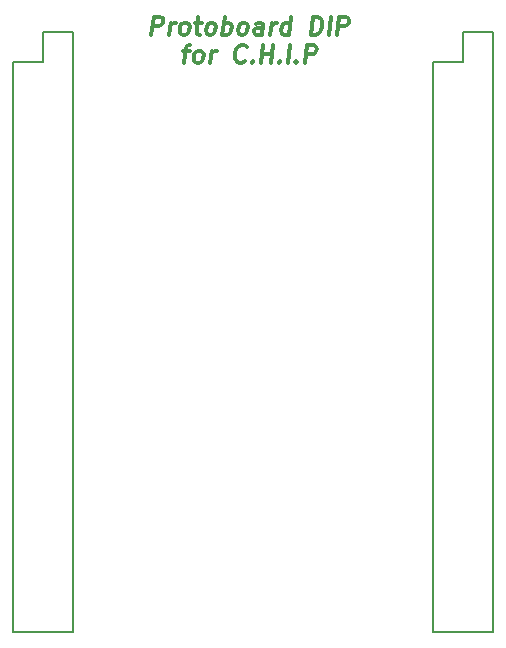
<source format=gto>
G04 #@! TF.FileFunction,Legend,Top*
%FSLAX46Y46*%
G04 Gerber Fmt 4.6, Leading zero omitted, Abs format (unit mm)*
G04 Created by KiCad (PCBNEW 4.0.1-3.201512221402+6198~38~ubuntu14.04.1-stable) date Sat 07 May 2016 10:22:12 PM PDT*
%MOMM*%
G01*
G04 APERTURE LIST*
%ADD10C,0.100000*%
%ADD11C,0.300000*%
%ADD12C,0.150000*%
G04 APERTURE END LIST*
D10*
D11*
X135429179Y-70090571D02*
X135616679Y-68590571D01*
X136188107Y-68590571D01*
X136322036Y-68662000D01*
X136384535Y-68733429D01*
X136438107Y-68876286D01*
X136411322Y-69090571D01*
X136322035Y-69233429D01*
X136241679Y-69304857D01*
X136089892Y-69376286D01*
X135518464Y-69376286D01*
X136929179Y-70090571D02*
X137054179Y-69090571D01*
X137018464Y-69376286D02*
X137107749Y-69233429D01*
X137188107Y-69162000D01*
X137339893Y-69090571D01*
X137482750Y-69090571D01*
X138072036Y-70090571D02*
X137938106Y-70019143D01*
X137875607Y-69947714D01*
X137822035Y-69804857D01*
X137875606Y-69376286D01*
X137964892Y-69233429D01*
X138045249Y-69162000D01*
X138197036Y-69090571D01*
X138411321Y-69090571D01*
X138545249Y-69162000D01*
X138607749Y-69233429D01*
X138661321Y-69376286D01*
X138607750Y-69804857D01*
X138518464Y-69947714D01*
X138438106Y-70019143D01*
X138286321Y-70090571D01*
X138072036Y-70090571D01*
X139125607Y-69090571D02*
X139697036Y-69090571D01*
X139402393Y-68590571D02*
X139241678Y-69876286D01*
X139295249Y-70019143D01*
X139429179Y-70090571D01*
X139572036Y-70090571D01*
X140286322Y-70090571D02*
X140152392Y-70019143D01*
X140089893Y-69947714D01*
X140036321Y-69804857D01*
X140089892Y-69376286D01*
X140179178Y-69233429D01*
X140259535Y-69162000D01*
X140411322Y-69090571D01*
X140625607Y-69090571D01*
X140759535Y-69162000D01*
X140822035Y-69233429D01*
X140875607Y-69376286D01*
X140822036Y-69804857D01*
X140732750Y-69947714D01*
X140652392Y-70019143D01*
X140500607Y-70090571D01*
X140286322Y-70090571D01*
X141429179Y-70090571D02*
X141616679Y-68590571D01*
X141545250Y-69162000D02*
X141697036Y-69090571D01*
X141982750Y-69090571D01*
X142116678Y-69162000D01*
X142179178Y-69233429D01*
X142232750Y-69376286D01*
X142179179Y-69804857D01*
X142089893Y-69947714D01*
X142009535Y-70019143D01*
X141857750Y-70090571D01*
X141572036Y-70090571D01*
X141438107Y-70019143D01*
X143000608Y-70090571D02*
X142866678Y-70019143D01*
X142804179Y-69947714D01*
X142750607Y-69804857D01*
X142804178Y-69376286D01*
X142893464Y-69233429D01*
X142973821Y-69162000D01*
X143125608Y-69090571D01*
X143339893Y-69090571D01*
X143473821Y-69162000D01*
X143536321Y-69233429D01*
X143589893Y-69376286D01*
X143536322Y-69804857D01*
X143447036Y-69947714D01*
X143366678Y-70019143D01*
X143214893Y-70090571D01*
X143000608Y-70090571D01*
X144786322Y-70090571D02*
X144884536Y-69304857D01*
X144830964Y-69162000D01*
X144697036Y-69090571D01*
X144411322Y-69090571D01*
X144259536Y-69162000D01*
X144795250Y-70019143D02*
X144643465Y-70090571D01*
X144286322Y-70090571D01*
X144152393Y-70019143D01*
X144098821Y-69876286D01*
X144116678Y-69733429D01*
X144205965Y-69590571D01*
X144357750Y-69519143D01*
X144714893Y-69519143D01*
X144866679Y-69447714D01*
X145500608Y-70090571D02*
X145625608Y-69090571D01*
X145589893Y-69376286D02*
X145679178Y-69233429D01*
X145759536Y-69162000D01*
X145911322Y-69090571D01*
X146054179Y-69090571D01*
X147072036Y-70090571D02*
X147259536Y-68590571D01*
X147080964Y-70019143D02*
X146929179Y-70090571D01*
X146643465Y-70090571D01*
X146509535Y-70019143D01*
X146447036Y-69947714D01*
X146393464Y-69804857D01*
X146447035Y-69376286D01*
X146536321Y-69233429D01*
X146616678Y-69162000D01*
X146768465Y-69090571D01*
X147054179Y-69090571D01*
X147188107Y-69162000D01*
X148929179Y-70090571D02*
X149116679Y-68590571D01*
X149473822Y-68590571D01*
X149679178Y-68662000D01*
X149804179Y-68804857D01*
X149857750Y-68947714D01*
X149893464Y-69233429D01*
X149866679Y-69447714D01*
X149759535Y-69733429D01*
X149670250Y-69876286D01*
X149509535Y-70019143D01*
X149286322Y-70090571D01*
X148929179Y-70090571D01*
X150429179Y-70090571D02*
X150616679Y-68590571D01*
X151143465Y-70090571D02*
X151330965Y-68590571D01*
X151902393Y-68590571D01*
X152036322Y-68662000D01*
X152098821Y-68733429D01*
X152152393Y-68876286D01*
X152125608Y-69090571D01*
X152036321Y-69233429D01*
X151955965Y-69304857D01*
X151804178Y-69376286D01*
X151232750Y-69376286D01*
X138089893Y-71490571D02*
X138661322Y-71490571D01*
X138179179Y-72490571D02*
X138339893Y-71204857D01*
X138429178Y-71062000D01*
X138580965Y-70990571D01*
X138723822Y-70990571D01*
X139250608Y-72490571D02*
X139116678Y-72419143D01*
X139054179Y-72347714D01*
X139000607Y-72204857D01*
X139054178Y-71776286D01*
X139143464Y-71633429D01*
X139223821Y-71562000D01*
X139375608Y-71490571D01*
X139589893Y-71490571D01*
X139723821Y-71562000D01*
X139786321Y-71633429D01*
X139839893Y-71776286D01*
X139786322Y-72204857D01*
X139697036Y-72347714D01*
X139616678Y-72419143D01*
X139464893Y-72490571D01*
X139250608Y-72490571D01*
X140393465Y-72490571D02*
X140518465Y-71490571D01*
X140482750Y-71776286D02*
X140572035Y-71633429D01*
X140652393Y-71562000D01*
X140804179Y-71490571D01*
X140947036Y-71490571D01*
X143339893Y-72347714D02*
X143259535Y-72419143D01*
X143036321Y-72490571D01*
X142893464Y-72490571D01*
X142688107Y-72419143D01*
X142563106Y-72276286D01*
X142509535Y-72133429D01*
X142473821Y-71847714D01*
X142500606Y-71633429D01*
X142607750Y-71347714D01*
X142697035Y-71204857D01*
X142857750Y-71062000D01*
X143080964Y-70990571D01*
X143223821Y-70990571D01*
X143429178Y-71062000D01*
X143491678Y-71133429D01*
X143982750Y-72347714D02*
X144045249Y-72419143D01*
X143964893Y-72490571D01*
X143902392Y-72419143D01*
X143982750Y-72347714D01*
X143964893Y-72490571D01*
X144679179Y-72490571D02*
X144866679Y-70990571D01*
X144777393Y-71704857D02*
X145634536Y-71704857D01*
X145536322Y-72490571D02*
X145723822Y-70990571D01*
X146268465Y-72347714D02*
X146330964Y-72419143D01*
X146250608Y-72490571D01*
X146188107Y-72419143D01*
X146268465Y-72347714D01*
X146250608Y-72490571D01*
X146964894Y-72490571D02*
X147152394Y-70990571D01*
X147697037Y-72347714D02*
X147759536Y-72419143D01*
X147679180Y-72490571D01*
X147616679Y-72419143D01*
X147697037Y-72347714D01*
X147679180Y-72490571D01*
X148393466Y-72490571D02*
X148580966Y-70990571D01*
X149152394Y-70990571D01*
X149286323Y-71062000D01*
X149348822Y-71133429D01*
X149402394Y-71276286D01*
X149375609Y-71490571D01*
X149286322Y-71633429D01*
X149205966Y-71704857D01*
X149054179Y-71776286D01*
X148482751Y-71776286D01*
D12*
X128778000Y-120650000D02*
X128778000Y-69850000D01*
X123698000Y-72390000D02*
X123698000Y-120650000D01*
X128778000Y-120650000D02*
X123698000Y-120650000D01*
X128778000Y-69850000D02*
X126238000Y-69850000D01*
X126238000Y-69850000D02*
X126238000Y-72390000D01*
X126238000Y-72390000D02*
X123698000Y-72390000D01*
X164338000Y-120650000D02*
X164338000Y-69850000D01*
X159258000Y-72390000D02*
X159258000Y-120650000D01*
X164338000Y-120650000D02*
X159258000Y-120650000D01*
X164338000Y-69850000D02*
X161798000Y-69850000D01*
X161798000Y-69850000D02*
X161798000Y-72390000D01*
X161798000Y-72390000D02*
X159258000Y-72390000D01*
M02*

</source>
